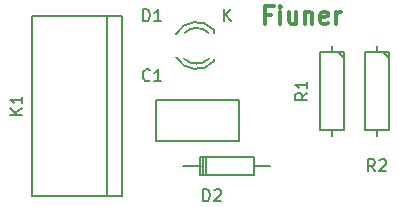
<source format=gbr>
G04 #@! TF.FileFunction,Legend,Top*
%FSLAX46Y46*%
G04 Gerber Fmt 4.6, Leading zero omitted, Abs format (unit mm)*
G04 Created by KiCad (PCBNEW 4.0.0-rc1-stable) date 30/11/2015 05:12:47 p.m.*
%MOMM*%
G01*
G04 APERTURE LIST*
%ADD10C,0.100000*%
%ADD11C,0.300000*%
%ADD12C,0.150000*%
G04 APERTURE END LIST*
D10*
D11*
X166302858Y-102762857D02*
X165802858Y-102762857D01*
X165802858Y-103548571D02*
X165802858Y-102048571D01*
X166517144Y-102048571D01*
X167088572Y-103548571D02*
X167088572Y-102548571D01*
X167088572Y-102048571D02*
X167017143Y-102120000D01*
X167088572Y-102191429D01*
X167160000Y-102120000D01*
X167088572Y-102048571D01*
X167088572Y-102191429D01*
X168445715Y-102548571D02*
X168445715Y-103548571D01*
X167802858Y-102548571D02*
X167802858Y-103334286D01*
X167874286Y-103477143D01*
X168017144Y-103548571D01*
X168231429Y-103548571D01*
X168374286Y-103477143D01*
X168445715Y-103405714D01*
X169160001Y-102548571D02*
X169160001Y-103548571D01*
X169160001Y-102691429D02*
X169231429Y-102620000D01*
X169374287Y-102548571D01*
X169588572Y-102548571D01*
X169731429Y-102620000D01*
X169802858Y-102762857D01*
X169802858Y-103548571D01*
X171088572Y-103477143D02*
X170945715Y-103548571D01*
X170660001Y-103548571D01*
X170517144Y-103477143D01*
X170445715Y-103334286D01*
X170445715Y-102762857D01*
X170517144Y-102620000D01*
X170660001Y-102548571D01*
X170945715Y-102548571D01*
X171088572Y-102620000D01*
X171160001Y-102762857D01*
X171160001Y-102905714D01*
X170445715Y-103048571D01*
X171802858Y-103548571D02*
X171802858Y-102548571D01*
X171802858Y-102834286D02*
X171874286Y-102691429D01*
X171945715Y-102620000D01*
X172088572Y-102548571D01*
X172231429Y-102548571D01*
D12*
X163560000Y-113510000D02*
X156560000Y-113510000D01*
X156560000Y-113510000D02*
X156560000Y-110010000D01*
X156560000Y-110010000D02*
X163560000Y-110010000D01*
X163560000Y-110010000D02*
X163560000Y-113510000D01*
X161489000Y-104096000D02*
X161489000Y-104296000D01*
X161489000Y-106690000D02*
X161489000Y-106510000D01*
X158261256Y-106379643D02*
G75*
G03X161489000Y-106696000I1727744J1003643D01*
G01*
X158936994Y-106509068D02*
G75*
G03X161040000Y-106510000I1052006J1133068D01*
G01*
X161476220Y-104069274D02*
G75*
G03X158239000Y-104416000I-1497220J-1306726D01*
G01*
X161002889Y-104296747D02*
G75*
G03X158955000Y-104316000I-1013889J-1079253D01*
G01*
X164846520Y-115567460D02*
X166243520Y-115567460D01*
X160401520Y-115567460D02*
X158877520Y-115567460D01*
X160782520Y-114805460D02*
X160782520Y-116329460D01*
X160528520Y-114805460D02*
X160528520Y-116329460D01*
X160274520Y-115567460D02*
X160274520Y-116329460D01*
X160274520Y-116329460D02*
X164846520Y-116329460D01*
X164846520Y-116329460D02*
X164846520Y-114805460D01*
X164846520Y-114805460D02*
X160274520Y-114805460D01*
X160274520Y-114805460D02*
X160274520Y-115567460D01*
X153670000Y-118110000D02*
X146050000Y-118110000D01*
X153670000Y-102870000D02*
X146050000Y-102870000D01*
X152400000Y-118110000D02*
X152400000Y-102870000D01*
X146050000Y-118110000D02*
X146050000Y-102870000D01*
X153670000Y-118110000D02*
X153670000Y-102870000D01*
X171450000Y-105410000D02*
X171450000Y-105918000D01*
X171450000Y-113030000D02*
X171450000Y-112522000D01*
X171450000Y-112522000D02*
X172466000Y-112522000D01*
X172466000Y-112522000D02*
X172466000Y-105918000D01*
X172466000Y-105918000D02*
X170434000Y-105918000D01*
X170434000Y-105918000D02*
X170434000Y-112522000D01*
X170434000Y-112522000D02*
X171450000Y-112522000D01*
X171958000Y-105918000D02*
X172466000Y-106426000D01*
X175260000Y-105410000D02*
X175260000Y-105918000D01*
X175260000Y-113030000D02*
X175260000Y-112522000D01*
X175260000Y-112522000D02*
X176276000Y-112522000D01*
X176276000Y-112522000D02*
X176276000Y-105918000D01*
X176276000Y-105918000D02*
X174244000Y-105918000D01*
X174244000Y-105918000D02*
X174244000Y-112522000D01*
X174244000Y-112522000D02*
X175260000Y-112522000D01*
X175768000Y-105918000D02*
X176276000Y-106426000D01*
X156043334Y-108307143D02*
X155995715Y-108354762D01*
X155852858Y-108402381D01*
X155757620Y-108402381D01*
X155614762Y-108354762D01*
X155519524Y-108259524D01*
X155471905Y-108164286D01*
X155424286Y-107973810D01*
X155424286Y-107830952D01*
X155471905Y-107640476D01*
X155519524Y-107545238D01*
X155614762Y-107450000D01*
X155757620Y-107402381D01*
X155852858Y-107402381D01*
X155995715Y-107450000D01*
X156043334Y-107497619D01*
X156995715Y-108402381D02*
X156424286Y-108402381D01*
X156710000Y-108402381D02*
X156710000Y-107402381D01*
X156614762Y-107545238D01*
X156519524Y-107640476D01*
X156424286Y-107688095D01*
X155471905Y-103322381D02*
X155471905Y-102322381D01*
X155710000Y-102322381D01*
X155852858Y-102370000D01*
X155948096Y-102465238D01*
X155995715Y-102560476D01*
X156043334Y-102750952D01*
X156043334Y-102893810D01*
X155995715Y-103084286D01*
X155948096Y-103179524D01*
X155852858Y-103274762D01*
X155710000Y-103322381D01*
X155471905Y-103322381D01*
X156995715Y-103322381D02*
X156424286Y-103322381D01*
X156710000Y-103322381D02*
X156710000Y-102322381D01*
X156614762Y-102465238D01*
X156519524Y-102560476D01*
X156424286Y-102608095D01*
X162298095Y-103322381D02*
X162298095Y-102322381D01*
X162869524Y-103322381D02*
X162440952Y-102750952D01*
X162869524Y-102322381D02*
X162298095Y-102893810D01*
X160551905Y-118562381D02*
X160551905Y-117562381D01*
X160790000Y-117562381D01*
X160932858Y-117610000D01*
X161028096Y-117705238D01*
X161075715Y-117800476D01*
X161123334Y-117990952D01*
X161123334Y-118133810D01*
X161075715Y-118324286D01*
X161028096Y-118419524D01*
X160932858Y-118514762D01*
X160790000Y-118562381D01*
X160551905Y-118562381D01*
X161504286Y-117657619D02*
X161551905Y-117610000D01*
X161647143Y-117562381D01*
X161885239Y-117562381D01*
X161980477Y-117610000D01*
X162028096Y-117657619D01*
X162075715Y-117752857D01*
X162075715Y-117848095D01*
X162028096Y-117990952D01*
X161456667Y-118562381D01*
X162075715Y-118562381D01*
X145232381Y-111228095D02*
X144232381Y-111228095D01*
X145232381Y-110656666D02*
X144660952Y-111085238D01*
X144232381Y-110656666D02*
X144803810Y-111228095D01*
X145232381Y-109704285D02*
X145232381Y-110275714D01*
X145232381Y-109990000D02*
X144232381Y-109990000D01*
X144375238Y-110085238D01*
X144470476Y-110180476D01*
X144518095Y-110275714D01*
X169362381Y-109386666D02*
X168886190Y-109720000D01*
X169362381Y-109958095D02*
X168362381Y-109958095D01*
X168362381Y-109577142D01*
X168410000Y-109481904D01*
X168457619Y-109434285D01*
X168552857Y-109386666D01*
X168695714Y-109386666D01*
X168790952Y-109434285D01*
X168838571Y-109481904D01*
X168886190Y-109577142D01*
X168886190Y-109958095D01*
X169362381Y-108434285D02*
X169362381Y-109005714D01*
X169362381Y-108720000D02*
X168362381Y-108720000D01*
X168505238Y-108815238D01*
X168600476Y-108910476D01*
X168648095Y-109005714D01*
X175093334Y-116022381D02*
X174760000Y-115546190D01*
X174521905Y-116022381D02*
X174521905Y-115022381D01*
X174902858Y-115022381D01*
X174998096Y-115070000D01*
X175045715Y-115117619D01*
X175093334Y-115212857D01*
X175093334Y-115355714D01*
X175045715Y-115450952D01*
X174998096Y-115498571D01*
X174902858Y-115546190D01*
X174521905Y-115546190D01*
X175474286Y-115117619D02*
X175521905Y-115070000D01*
X175617143Y-115022381D01*
X175855239Y-115022381D01*
X175950477Y-115070000D01*
X175998096Y-115117619D01*
X176045715Y-115212857D01*
X176045715Y-115308095D01*
X175998096Y-115450952D01*
X175426667Y-116022381D01*
X176045715Y-116022381D01*
M02*

</source>
